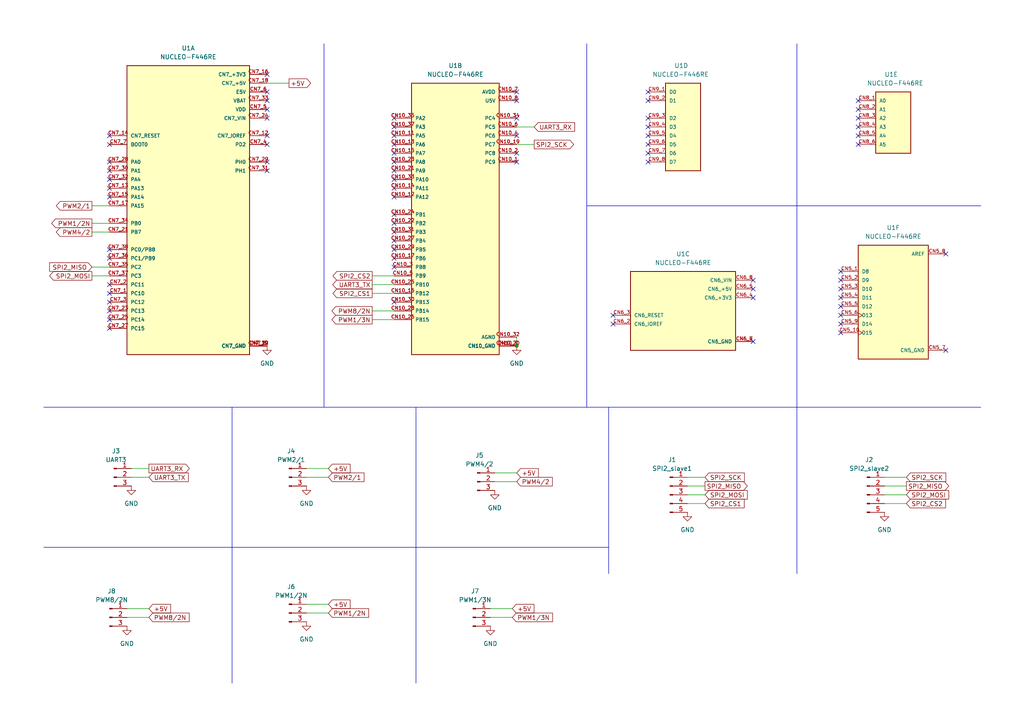
<source format=kicad_sch>
(kicad_sch (version 20230121) (generator eeschema)
  (paper "A4")
  (title_block (title "Carte d'extension pour Nulceo-64") (date "2024-03-09") (rev "Cyril ") (company "AREM"))
  (lib_symbols
    (symbol "Connector:Conn_01x03_Pin" (pin_names (offset 1.016) hide)
      (property "Reference" "J" (at 0 5.08 0))
      (property "Value" "Conn_01x03_Pin" (at 0 -5.08 0))
      (symbol "Conn_01x03_Pin_1_1"
        (polyline (pts (xy 1.27 -2.54) (xy 0.8636 -2.54)) (stroke (width 0.1524)))
        (polyline (pts (xy 1.27 0) (xy 0.8636 0)) (stroke (width 0.1524)))
        (polyline (pts (xy 1.27 2.54) (xy 0.8636 2.54)) (stroke (width 0.1524)))
        (rectangle (start 0.8636 -2.413) (end 0 -2.667) (stroke (width 0.1524)) (fill (type outline)))
        (rectangle (start 0.8636 0.127) (end 0 -0.127) (stroke (width 0.1524)) (fill (type outline)))
        (rectangle (start 0.8636 2.667) (end 0 2.413) (stroke (width 0.1524)) (fill (type outline)))
        (pin passive line (at 5.08 2.54 180) (length 3.81) (name "Pin_1") (number "1"))
        (pin passive line (at 5.08 0 180) (length 3.81) (name "Pin_2") (number "2"))
        (pin passive line (at 5.08 -2.54 180) (length 3.81) (name "Pin_3") (number "3"))
      )
    )
    (symbol "Connector:Conn_01x05_Pin" (pin_names (offset 1.016) hide)
      (property "Reference" "J" (at 0 7.62 0))
      (property "Value" "Conn_01x05_Pin" (at 0 -7.62 0))
      (symbol "Conn_01x05_Pin_1_1"
        (polyline (pts (xy 1.27 -5.08) (xy 0.8636 -5.08)) (stroke (width 0.1524)))
        (polyline (pts (xy 1.27 -2.54) (xy 0.8636 -2.54)) (stroke (width 0.1524)))
        (polyline (pts (xy 1.27 0) (xy 0.8636 0)) (stroke (width 0.1524)))
        (polyline (pts (xy 1.27 2.54) (xy 0.8636 2.54)) (stroke (width 0.1524)))
        (polyline (pts (xy 1.27 5.08) (xy 0.8636 5.08)) (stroke (width 0.1524)))
        (rectangle (start 0.8636 -4.953) (end 0 -5.207) (stroke (width 0.1524)) (fill (type outline)))
        (rectangle (start 0.8636 -2.413) (end 0 -2.667) (stroke (width 0.1524)) (fill (type outline)))
        (rectangle (start 0.8636 0.127) (end 0 -0.127) (stroke (width 0.1524)) (fill (type outline)))
        (rectangle (start 0.8636 2.667) (end 0 2.413) (stroke (width 0.1524)) (fill (type outline)))
        (rectangle (start 0.8636 5.207) (end 0 4.953) (stroke (width 0.1524)) (fill (type outline)))
        (pin passive line (at 5.08 5.08 180) (length 3.81) (name "Pin_1") (number "1"))
        (pin passive line (at 5.08 2.54 180) (length 3.81) (name "Pin_2") (number "2"))
        (pin passive line (at 5.08 0 180) (length 3.81) (name "Pin_3") (number "3"))
        (pin passive line (at 5.08 -2.54 180) (length 3.81) (name "Pin_4") (number "4"))
        (pin passive line (at 5.08 -5.08 180) (length 3.81) (name "Pin_5") (number "5"))
      )
    )
    (symbol "NUCLEO-F446RE:NUCLEO-F446RE" (pin_names (offset 1.016))
      (property "Reference" "U" (at -17.78 41.91 0))
      (property "Value" "NUCLEO-F446RE" (at -17.78 -44.45 0))
      (symbol "NUCLEO-F446RE_1_0"
        (rectangle (start -17.78 -43.18) (end 17.78 40.64) (stroke (width 0.254)) (fill (type background)))
        (pin bidirectional line (at -22.86 -25.4 0) (length 5.08) (name "PC10") (number "CN7_1"))
        (pin bidirectional line (at 22.86 20.32 180) (length 5.08) (name "CN7_IOREF") (number "CN7_12"))
        (pin bidirectional line (at -22.86 5.08 0) (length 5.08) (name "PA13") (number "CN7_13"))
        (pin bidirectional line (at -22.86 20.32 0) (length 5.08) (name "CN7_RESET") (number "CN7_14"))
        (pin bidirectional line (at -22.86 2.54 0) (length 5.08) (name "PA14") (number "CN7_15"))
        (pin power_in line (at 22.86 38.1 180) (length 5.08) (name "CN7_+3V3") (number "CN7_16"))
        (pin bidirectional line (at -22.86 0 0) (length 5.08) (name "PA15") (number "CN7_17"))
        (pin power_in line (at 22.86 35.56 180) (length 5.08) (name "CN7_+5V") (number "CN7_18"))
        (pin power_in line (at 22.86 -40.64 180) (length 5.08) (name "CN7_GND") (number "CN7_19"))
        (pin bidirectional line (at -22.86 -22.86 0) (length 5.08) (name "PC11") (number "CN7_2"))
        (pin power_in line (at 22.86 -40.64 180) (length 5.08) (name "CN7_GND") (number "CN7_20"))
        (pin bidirectional line (at -22.86 -7.62 0) (length 5.08) (name "PB7") (number "CN7_21"))
        (pin power_in line (at 22.86 -40.64 180) (length 5.08) (name "CN7_GND") (number "CN7_22"))
        (pin bidirectional line (at -22.86 -30.48 0) (length 5.08) (name "PC13") (number "CN7_23"))
        (pin power_in line (at 22.86 25.4 180) (length 5.08) (name "CN7_VIN") (number "CN7_24"))
        (pin bidirectional line (at -22.86 -33.02 0) (length 5.08) (name "PC14") (number "CN7_25"))
        (pin bidirectional line (at -22.86 -35.56 0) (length 5.08) (name "PC15") (number "CN7_27"))
        (pin bidirectional line (at -22.86 12.7 0) (length 5.08) (name "PA0") (number "CN7_28"))
        (pin bidirectional line (at 22.86 12.7 180) (length 5.08) (name "PH0") (number "CN7_29"))
        (pin bidirectional line (at -22.86 -27.94 0) (length 5.08) (name "PC12") (number "CN7_3"))
        (pin bidirectional line (at -22.86 10.16 0) (length 5.08) (name "PA1") (number "CN7_30"))
        (pin bidirectional line (at 22.86 10.16 180) (length 5.08) (name "PH1") (number "CN7_31"))
        (pin bidirectional line (at -22.86 7.62 0) (length 5.08) (name "PA4") (number "CN7_32"))
        (pin power_in line (at 22.86 30.48 180) (length 5.08) (name "VBAT") (number "CN7_33"))
        (pin bidirectional line (at -22.86 -5.08 0) (length 5.08) (name "PB0") (number "CN7_34"))
        (pin bidirectional line (at -22.86 -17.78 0) (length 5.08) (name "PC2") (number "CN7_35"))
        (pin bidirectional line (at -22.86 -15.24 0) (length 5.08) (name "PC1/PB9") (number "CN7_36"))
        (pin bidirectional line (at -22.86 -20.32 0) (length 5.08) (name "PC3") (number "CN7_37"))
        (pin bidirectional line (at -22.86 -12.7 0) (length 5.08) (name "PC0/PB8") (number "CN7_38"))
        (pin bidirectional line (at 22.86 17.78 180) (length 5.08) (name "PD2") (number "CN7_4"))
        (pin power_in line (at 22.86 27.94 180) (length 5.08) (name "VDD") (number "CN7_5"))
        (pin power_in line (at 22.86 33.02 180) (length 5.08) (name "E5V") (number "CN7_6"))
        (pin bidirectional line (at -22.86 17.78 0) (length 5.08) (name "BOOT0") (number "CN7_7"))
        (pin power_in line (at 22.86 -40.64 180) (length 5.08) (name "CN7_GND") (number "CN7_8"))
      )
      (symbol "NUCLEO-F446RE_2_0"
        (rectangle (start -12.7 -40.64) (end 12.7 38.1) (stroke (width 0.254)) (fill (type background)))
        (pin bidirectional line (at 17.78 15.24 180) (length 5.08) (name "PC9") (number "CN10_1"))
        (pin bidirectional line (at -17.78 22.86 0) (length 5.08) (name "PA5") (number "CN10_11"))
        (pin bidirectional line (at -17.78 5.08 0) (length 5.08) (name "PA12") (number "CN10_12"))
        (pin bidirectional line (at -17.78 20.32 0) (length 5.08) (name "PA6") (number "CN10_13"))
        (pin bidirectional line (at -17.78 7.62 0) (length 5.08) (name "PA11") (number "CN10_14"))
        (pin bidirectional line (at -17.78 17.78 0) (length 5.08) (name "PA7") (number "CN10_15"))
        (pin bidirectional line (at -17.78 -22.86 0) (length 5.08) (name "PB12") (number "CN10_16"))
        (pin bidirectional line (at -17.78 -12.7 0) (length 5.08) (name "PB6") (number "CN10_17"))
        (pin bidirectional line (at 17.78 20.32 180) (length 5.08) (name "PC7") (number "CN10_19"))
        (pin bidirectional line (at 17.78 17.78 180) (length 5.08) (name "PC8") (number "CN10_2"))
        (pin power_in line (at 17.78 -38.1 180) (length 5.08) (name "CN10_GND") (number "CN10_20"))
        (pin bidirectional line (at -17.78 12.7 0) (length 5.08) (name "PA9") (number "CN10_21"))
        (pin bidirectional line (at -17.78 -2.54 0) (length 5.08) (name "PB2") (number "CN10_22"))
        (pin bidirectional line (at -17.78 15.24 0) (length 5.08) (name "PA8") (number "CN10_23"))
        (pin bidirectional line (at -17.78 0 0) (length 5.08) (name "PB1") (number "CN10_24"))
        (pin bidirectional line (at -17.78 -20.32 0) (length 5.08) (name "PB10") (number "CN10_25"))
        (pin bidirectional line (at -17.78 -30.48 0) (length 5.08) (name "PB15") (number "CN10_26"))
        (pin bidirectional line (at -17.78 -7.62 0) (length 5.08) (name "PB4") (number "CN10_27"))
        (pin bidirectional line (at -17.78 -27.94 0) (length 5.08) (name "PB14") (number "CN10_28"))
        (pin bidirectional line (at -17.78 -10.16 0) (length 5.08) (name "PB5") (number "CN10_29"))
        (pin bidirectional line (at -17.78 -15.24 0) (length 5.08) (name "PB8") (number "CN10_3"))
        (pin bidirectional line (at -17.78 -25.4 0) (length 5.08) (name "PB13") (number "CN10_30"))
        (pin bidirectional line (at -17.78 -5.08 0) (length 5.08) (name "PB3") (number "CN10_31"))
        (pin power_in line (at 17.78 -35.56 180) (length 5.08) (name "AGND") (number "CN10_32"))
        (pin bidirectional line (at -17.78 10.16 0) (length 5.08) (name "PA10") (number "CN10_33"))
        (pin bidirectional line (at 17.78 27.94 180) (length 5.08) (name "PC4") (number "CN10_34"))
        (pin bidirectional line (at -17.78 27.94 0) (length 5.08) (name "PA2") (number "CN10_35"))
        (pin bidirectional line (at -17.78 25.4 0) (length 5.08) (name "PA3") (number "CN10_37"))
        (pin bidirectional line (at 17.78 22.86 180) (length 5.08) (name "PC6") (number "CN10_4"))
        (pin bidirectional line (at -17.78 -17.78 0) (length 5.08) (name "PB9") (number "CN10_5"))
        (pin bidirectional line (at 17.78 25.4 180) (length 5.08) (name "PC5") (number "CN10_6"))
        (pin power_in line (at 17.78 35.56 180) (length 5.08) (name "AVDD") (number "CN10_7"))
        (pin power_in line (at 17.78 33.02 180) (length 5.08) (name "U5V") (number "CN10_8"))
        (pin power_in line (at 17.78 -38.1 180) (length 5.08) (name "CN10_GND") (number "CN10_9"))
      )
      (symbol "NUCLEO-F446RE_3_0"
        (rectangle (start -15.24 -12.7) (end 15.24 10.16) (stroke (width 0.254)) (fill (type background)))
        (pin bidirectional line (at -20.32 -5.08 0) (length 5.08) (name "CN6_IOREF") (number "CN6_2"))
        (pin bidirectional line (at -20.32 -2.54 0) (length 5.08) (name "CN6_RESET") (number "CN6_3"))
        (pin power_in line (at 20.32 2.54 180) (length 5.08) (name "CN6_+3V3") (number "CN6_4"))
        (pin power_in line (at 20.32 5.08 180) (length 5.08) (name "CN6_+5V") (number "CN6_5"))
        (pin power_in line (at 20.32 -10.16 180) (length 5.08) (name "CN6_GND") (number "CN6_6"))
        (pin power_in line (at 20.32 -10.16 180) (length 5.08) (name "CN6_GND") (number "CN6_7"))
        (pin power_in line (at 20.32 7.62 180) (length 5.08) (name "CN6_VIN") (number "CN6_8"))
      )
      (symbol "NUCLEO-F446RE_4_0"
        (rectangle (start -5.08 -12.7) (end 5.08 12.7) (stroke (width 0.254)) (fill (type background)))
        (pin input line (at -10.16 10.16 0) (length 5.08) (name "D0") (number "CN9_1"))
        (pin output line (at -10.16 7.62 0) (length 5.08) (name "D1") (number "CN9_2"))
        (pin bidirectional line (at -10.16 2.54 0) (length 5.08) (name "D2") (number "CN9_3"))
        (pin bidirectional line (at -10.16 0 0) (length 5.08) (name "D3") (number "CN9_4"))
        (pin bidirectional line (at -10.16 -2.54 0) (length 5.08) (name "D4") (number "CN9_5"))
        (pin bidirectional line (at -10.16 -5.08 0) (length 5.08) (name "D5") (number "CN9_6"))
        (pin bidirectional line (at -10.16 -7.62 0) (length 5.08) (name "D6") (number "CN9_7"))
        (pin bidirectional line (at -10.16 -10.16 0) (length 5.08) (name "D7") (number "CN9_8"))
      )
      (symbol "NUCLEO-F446RE_5_0"
        (rectangle (start -5.08 -10.16) (end 5.08 7.62) (stroke (width 0.254)) (fill (type background)))
        (pin input line (at -10.16 5.08 0) (length 5.08) (name "A0") (number "CN8_1"))
        (pin input line (at -10.16 2.54 0) (length 5.08) (name "A1") (number "CN8_2"))
        (pin input line (at -10.16 0 0) (length 5.08) (name "A2") (number "CN8_3"))
        (pin input line (at -10.16 -2.54 0) (length 5.08) (name "A3") (number "CN8_4"))
        (pin input line (at -10.16 -5.08 0) (length 5.08) (name "A4") (number "CN8_5"))
        (pin input line (at -10.16 -7.62 0) (length 5.08) (name "A5") (number "CN8_6"))
      )
      (symbol "NUCLEO-F446RE_6_0"
        (rectangle (start -10.16 -17.78) (end 10.16 15.24) (stroke (width 0.254)) (fill (type background)))
        (pin bidirectional line (at -15.24 7.62 0) (length 5.08) (name "D8") (number "CN5_1"))
        (pin bidirectional clock (at -15.24 -10.16 0) (length 5.08) (name "D15") (number "CN5_10"))
        (pin bidirectional line (at -15.24 5.08 0) (length 5.08) (name "D9") (number "CN5_2"))
        (pin bidirectional line (at -15.24 2.54 0) (length 5.08) (name "D10") (number "CN5_3"))
        (pin bidirectional line (at -15.24 0 0) (length 5.08) (name "D11") (number "CN5_4"))
        (pin bidirectional line (at -15.24 -2.54 0) (length 5.08) (name "D12") (number "CN5_5"))
        (pin bidirectional clock (at -15.24 -5.08 0) (length 5.08) (name "D13") (number "CN5_6"))
        (pin power_in line (at 15.24 -15.24 180) (length 5.08) (name "CN5_GND") (number "CN5_7"))
        (pin power_in line (at 15.24 12.7 180) (length 5.08) (name "AREF") (number "CN5_8"))
        (pin bidirectional line (at -15.24 -7.62 0) (length 5.08) (name "D14") (number "CN5_9"))
      )
    )
    (symbol "power:GND" (power) (pin_names (offset 0))
      (property "Value" "GND" (at 0 -3.81 0))
      (symbol "GND_0_1"
        (polyline (pts (xy 0 0) (xy 0 -1.27) (xy 1.27 -1.27) (xy 0 -2.54) (xy -1.27 -1.27) (xy 0 -1.27)))
      )
      (symbol "GND_1_1"
        (pin power_in line (at 0 0 270) (length 0) hide (name "GND") (number "1"))
      )
    )
  )
  (junction (at 149.86 100.33))
  (no_connect (at 114.3 64.77))
  (no_connect (at 114.3 39.37))
  (no_connect (at 149.86 44.45))
  (no_connect (at 31.75 74.93))
  (no_connect (at 31.75 92.71))
  (no_connect (at 218.44 83.82))
  (no_connect (at 243.84 93.98))
  (no_connect (at 274.32 73.66))
  (no_connect (at 114.3 41.91))
  (no_connect (at 177.8 93.98))
  (no_connect (at 149.86 34.29))
  (no_connect (at 77.47 31.75))
  (no_connect (at 77.47 34.29))
  (no_connect (at 31.75 90.17))
  (no_connect (at 31.75 87.63))
  (no_connect (at 149.86 39.37))
  (no_connect (at 31.75 85.09))
  (no_connect (at 149.86 46.99))
  (no_connect (at 114.3 52.07))
  (no_connect (at 31.75 46.99))
  (no_connect (at 243.84 86.36))
  (no_connect (at 243.84 78.74))
  (no_connect (at 114.3 46.99))
  (no_connect (at 31.75 49.53))
  (no_connect (at 187.96 44.45))
  (no_connect (at 187.96 39.37))
  (no_connect (at 218.44 81.28))
  (no_connect (at 114.3 44.45))
  (no_connect (at 248.92 36.83))
  (no_connect (at 77.47 49.53))
  (no_connect (at 77.47 46.99))
  (no_connect (at 77.47 39.37))
  (no_connect (at 114.3 77.47))
  (no_connect (at 114.3 69.85))
  (no_connect (at 149.86 26.67))
  (no_connect (at 31.75 54.61))
  (no_connect (at 177.8 91.44))
  (no_connect (at 218.44 86.36))
  (no_connect (at 31.75 41.91))
  (no_connect (at 114.3 57.15))
  (no_connect (at 187.96 41.91))
  (no_connect (at 248.92 34.29))
  (no_connect (at 31.75 52.07))
  (no_connect (at 114.3 87.63))
  (no_connect (at 31.75 82.55))
  (no_connect (at 243.84 96.52))
  (no_connect (at 77.47 21.59))
  (no_connect (at 114.3 36.83))
  (no_connect (at 77.47 26.67))
  (no_connect (at 31.75 72.39))
  (no_connect (at 77.47 41.91))
  (no_connect (at 248.92 31.75))
  (no_connect (at 274.32 101.6))
  (no_connect (at 248.92 29.21))
  (no_connect (at 187.96 29.21))
  (no_connect (at 187.96 26.67))
  (no_connect (at 114.3 54.61))
  (no_connect (at 114.3 34.29))
  (no_connect (at 187.96 34.29))
  (no_connect (at 31.75 57.15))
  (no_connect (at 31.75 95.25))
  (no_connect (at 243.84 88.9))
  (no_connect (at 218.44 99.06))
  (no_connect (at 248.92 39.37))
  (no_connect (at 114.3 67.31))
  (no_connect (at 114.3 62.23))
  (no_connect (at 149.86 29.21))
  (no_connect (at 243.84 81.28))
  (no_connect (at 31.75 39.37))
  (no_connect (at 187.96 36.83))
  (no_connect (at 243.84 91.44))
  (no_connect (at 114.3 49.53))
  (no_connect (at 77.47 29.21))
  (no_connect (at 243.84 83.82))
  (no_connect (at 187.96 46.99))
  (no_connect (at 248.92 41.91))
  (no_connect (at 114.3 72.39))
  (no_connect (at 114.3 74.93))
  (wire (pts (xy 107.95 82.55) (xy 114.3 82.55)))
  (polyline (pts (xy 170.18 59.69) (xy 284.48 59.69)))
  (polyline (pts (xy 12.7 118.11) (xy 284.48 118.11)))
  (wire (pts (xy 88.9 135.89) (xy 95.25 135.89)))
  (wire (pts (xy 143.51 139.7) (xy 149.86 139.7)))
  (wire (pts (xy 142.24 179.07) (xy 148.59 179.07)))
  (wire (pts (xy 149.86 41.91) (xy 154.94 41.91)))
  (wire (pts (xy 199.39 146.05) (xy 204.47 146.05)))
  (wire (pts (xy 143.51 137.16) (xy 149.86 137.16)))
  (wire (pts (xy 26.67 59.69) (xy 31.75 59.69)))
  (wire (pts (xy 26.67 64.77) (xy 31.75 64.77)))
  (wire (pts (xy 77.47 24.13) (xy 83.82 24.13)))
  (wire (pts (xy 107.95 80.01) (xy 114.3 80.01)))
  (wire (pts (xy 107.95 92.71) (xy 114.3 92.71)))
  (wire (pts (xy 142.24 176.53) (xy 148.59 176.53)))
  (wire (pts (xy 38.1 138.43) (xy 43.18 138.43)))
  (wire (pts (xy 199.39 143.51) (xy 204.47 143.51)))
  (wire (pts (xy 199.39 138.43) (xy 204.47 138.43)))
  (wire (pts (xy 256.54 138.43) (xy 262.89 138.43)))
  (polyline (pts (xy 67.31 118.11) (xy 67.31 198.12)))
  (wire (pts (xy 88.9 177.8) (xy 95.25 177.8)))
  (wire (pts (xy 256.54 140.97) (xy 262.89 140.97)))
  (wire (pts (xy 88.9 175.26) (xy 95.25 175.26)))
  (wire (pts (xy 149.86 36.83) (xy 154.94 36.83)))
  (wire (pts (xy 256.54 143.51) (xy 262.89 143.51)))
  (polyline (pts (xy 120.65 118.11) (xy 120.65 198.12)))
  (polyline (pts (xy 93.98 12.7) (xy 93.98 118.11)))
  (wire (pts (xy 36.83 176.53) (xy 43.18 176.53)))
  (polyline (pts (xy 170.18 12.7) (xy 170.18 118.11)))
  (wire (pts (xy 26.67 67.31) (xy 31.75 67.31)))
  (polyline (pts (xy 231.14 59.69) (xy 231.14 118.11)))
  (wire (pts (xy 26.67 77.47) (xy 31.75 77.47)))
  (polyline (pts (xy 231.14 118.11) (xy 231.14 166.37)))
  (polyline (pts (xy 12.7 158.75) (xy 176.53 158.75)))
  (polyline (pts (xy 176.53 118.11) (xy 176.53 166.37)))
  (wire (pts (xy 36.83 179.07) (xy 43.18 179.07)))
  (wire (pts (xy 26.67 80.01) (xy 31.75 80.01)))
  (wire (pts (xy 256.54 146.05) (xy 262.89 146.05)))
  (wire (pts (xy 38.1 135.89) (xy 43.18 135.89)))
  (wire (pts (xy 107.95 90.17) (xy 114.3 90.17)))
  (wire (pts (xy 199.39 140.97) (xy 204.47 140.97)))
  (wire (pts (xy 149.86 97.79) (xy 149.86 100.33)))
  (polyline (pts (xy 231.14 12.7) (xy 231.14 59.69)))
  (wire (pts (xy 107.95 85.09) (xy 114.3 85.09)))
  (wire (pts (xy 88.9 138.43) (xy 95.25 138.43)))
  (global_label "+5V" (shape input) (at 95.25 175.26 0) (property "Intersheetrefs" "${INTERSHEET_REFS}" (effects hide)))
  (global_label "SPI2_SCK" (shape input) (at 262.89 138.43 0) (property "Intersheetrefs" "${INTERSHEET_REFS}" (effects hide)))
  (global_label "SPI2_MISO" (shape output) (at 204.47 140.97 0) (property "Intersheetrefs" "${INTERSHEET_REFS}" (effects hide)))
  (global_label "SPI2_MOSI" (shape output) (at 26.67 80.01 180) (property "Intersheetrefs" "${INTERSHEET_REFS}" (effects hide)))
  (global_label "+5V" (shape input) (at 148.59 176.53 0) (property "Intersheetrefs" "${INTERSHEET_REFS}" (effects hide)))
  (global_label "SPI2_CS1" (shape input) (at 204.47 146.05 0) (property "Intersheetrefs" "${INTERSHEET_REFS}" (effects hide)))
  (global_label "+5V" (shape input) (at 149.86 137.16 0) (property "Intersheetrefs" "${INTERSHEET_REFS}" (effects hide)))
  (global_label "UART3_RX" (shape input) (at 154.94 36.83 0) (property "Intersheetrefs" "${INTERSHEET_REFS}" (effects hide)))
  (global_label "+5V" (shape output) (at 83.82 24.13 0) (property "Intersheetrefs" "${INTERSHEET_REFS}" (effects hide)))
  (global_label "SPI2_SCK" (shape input) (at 204.47 138.43 0) (property "Intersheetrefs" "${INTERSHEET_REFS}" (effects hide)))
  (global_label "SPI2_SCK" (shape output) (at 154.94 41.91 0) (property "Intersheetrefs" "${INTERSHEET_REFS}" (effects hide)))
  (global_label "PWM2{slash}1" (shape output) (at 26.67 59.69 180) (property "Intersheetrefs" "${INTERSHEET_REFS}" (effects hide)))
  (global_label "PWM2{slash}1" (shape input) (at 95.25 138.43 0) (property "Intersheetrefs" "${INTERSHEET_REFS}" (effects hide)))
  (global_label "PWM8{slash}2N" (shape output) (at 107.95 90.17 180) (property "Intersheetrefs" "${INTERSHEET_REFS}" (effects hide)))
  (global_label "SPI2_MOSI" (shape input) (at 262.89 143.51 0) (property "Intersheetrefs" "${INTERSHEET_REFS}" (effects hide)))
  (global_label "SPI2_CS2" (shape output) (at 107.95 80.01 180) (property "Intersheetrefs" "${INTERSHEET_REFS}" (effects hide)))
  (global_label "PWM4{slash}2" (shape output) (at 26.67 67.31 180) (property "Intersheetrefs" "${INTERSHEET_REFS}" (effects hide)))
  (global_label "UART3_TX" (shape input) (at 43.18 138.43 0) (property "Intersheetrefs" "${INTERSHEET_REFS}" (effects hide)))
  (global_label "PWM1{slash}2N" (shape output) (at 26.67 64.77 180) (property "Intersheetrefs" "${INTERSHEET_REFS}" (effects hide)))
  (global_label "SPI2_MISO" (shape output) (at 262.89 140.97 0) (property "Intersheetrefs" "${INTERSHEET_REFS}" (effects hide)))
  (global_label "PWM1{slash}3N" (shape output) (at 107.95 92.71 180) (property "Intersheetrefs" "${INTERSHEET_REFS}" (effects hide)))
  (global_label "+5V" (shape input) (at 43.18 176.53 0) (property "Intersheetrefs" "${INTERSHEET_REFS}" (effects hide)))
  (global_label "SPI2_CS2" (shape input) (at 262.89 146.05 0) (property "Intersheetrefs" "${INTERSHEET_REFS}" (effects hide)))
  (global_label "PWM4{slash}2" (shape input) (at 149.86 139.7 0) (property "Intersheetrefs" "${INTERSHEET_REFS}" (effects hide)))
  (global_label "PWM8{slash}2N" (shape input) (at 43.18 179.07 0) (property "Intersheetrefs" "${INTERSHEET_REFS}" (effects hide)))
  (global_label "UART3_RX" (shape output) (at 43.18 135.89 0) (property "Intersheetrefs" "${INTERSHEET_REFS}" (effects hide)))
  (global_label "PWM1{slash}3N" (shape input) (at 148.59 179.07 0) (property "Intersheetrefs" "${INTERSHEET_REFS}" (effects hide)))
  (global_label "SPI2_MISO" (shape input) (at 26.67 77.47 180) (property "Intersheetrefs" "${INTERSHEET_REFS}" (effects hide)))
  (global_label "SPI2_CS1" (shape output) (at 107.95 85.09 180) (property "Intersheetrefs" "${INTERSHEET_REFS}" (effects hide)))
  (global_label "SPI2_MOSI" (shape input) (at 204.47 143.51 0) (property "Intersheetrefs" "${INTERSHEET_REFS}" (effects hide)))
  (global_label "PWM1{slash}2N" (shape input) (at 95.25 177.8 0) (property "Intersheetrefs" "${INTERSHEET_REFS}" (effects hide)))
  (global_label "UART3_TX" (shape output) (at 107.95 82.55 180) (property "Intersheetrefs" "${INTERSHEET_REFS}" (effects hide)))
  (global_label "+5V" (shape input) (at 95.25 135.89 0) (property "Intersheetrefs" "${INTERSHEET_REFS}" (effects hide)))
  (symbol (lib_id "power:GND") (at 142.24 181.61 0) (unit 1)
    (property "Reference" "#PWR09" (effects hide))
    (property "Value" "GND" (at 142.24 186.69 0))
  )
  (symbol (lib_id "power:GND") (at 38.1 140.97 0) (unit 1)
    (property "Reference" "#PWR05" (effects hide))
    (property "Value" "GND" (at 38.1 146.05 0))
  )
  (symbol (lib_id "Connector:Conn_01x03_Pin") (at 33.02 138.43 0) (unit 1)
    (property "Reference" "J3" (at 33.655 130.81 0))
    (property "Value" "UART3" (at 33.655 133.35 0))
    (property "Footprint" "Connector_JST:JST_XH_B3B-XH-A_1x03_P2.50mm_Vertical" (effects hide))
  )
  (symbol (lib_id "Connector:Conn_01x05_Pin") (at 251.46 143.51 0) (unit 1)
    (property "Reference" "J2" (at 252.095 133.35 0))
    (property "Value" "SPI2_slave2" (at 252.095 135.89 0))
    (property "Footprint" "Connector_JST:JST_XH_B5B-XH-A_1x05_P2.50mm_Vertical" (effects hide))
  )
  (symbol (lib_id "NUCLEO-F446RE:NUCLEO-F446RE") (at 259.08 34.29 0) (unit 5)
    (property "Reference" "U1" (at 256.54 21.59 0) (effects (justify left)))
    (property "Value" "NUCLEO-F446RE" (at 251.46 24.13 0) (effects (justify left)))
    (property "Footprint" "lib:MODULE_NUCLEO-F446RE" (effects hide))
    (property "MF" "STMicroelectronics" (effects hide))
    (property "Package" "None" (effects hide))
    (property "Price" "None" (effects hide))
    (property "Check_prices" "https://www.snapeda.com/parts/NUCLEO-F446RE/STMicroelectronics/view-part/?ref=eda" (effects hide))
    (property "STANDARD" "Manufacturer Recommendations" (effects hide))
    (property "PARTREV" "13" (effects hide))
    (property "SnapEDA_Link" "https://www.snapeda.com/parts/NUCLEO-F446RE/STMicroelectronics/view-part/?ref=snap" (effects hide))
    (property "MP" "NUCLEO-F446RE" (effects hide))
    (property "Purchase-URL" "https://www.snapeda.com/api/url_track_click_mouser/?unipart_id=284290&manufacturer=STMicroelectronics&part_name=NUCLEO-F446RE&search_term=nucleo-f446re" (effects hide))
    (property "Description" "\nSTM32F446RE, mbed-Enabled Development Nucleo-64 STM32F4 ARM® Cortex®-M4 MCU 32-Bit Embedded Evaluation Board\n" (effects hide))
    (property "Availability" "In Stock" (effects hide))
    (property "MANUFACTURER" "STMicroelectronics" (effects hide))
  )
  (symbol (lib_id "power:GND") (at 149.86 100.33 0) (unit 1)
    (property "Reference" "#PWR02" (effects hide))
    (property "Value" "GND" (at 149.86 105.41 0))
  )
  (symbol (lib_id "power:GND") (at 77.47 100.33 0) (unit 1)
    (property "Reference" "#PWR01" (effects hide))
    (property "Value" "GND" (at 77.47 105.41 0))
  )
  (symbol (lib_id "NUCLEO-F446RE:NUCLEO-F446RE") (at 198.12 36.83 0) (unit 4)
    (property "Reference" "U1" (at 195.58 19.05 0) (effects (justify left)))
    (property "Value" "NUCLEO-F446RE" (at 189.23 21.59 0) (effects (justify left)))
    (property "Footprint" "lib:MODULE_NUCLEO-F446RE" (effects hide))
    (property "MF" "STMicroelectronics" (effects hide))
    (property "Package" "None" (effects hide))
    (property "Price" "None" (effects hide))
    (property "Check_prices" "https://www.snapeda.com/parts/NUCLEO-F446RE/STMicroelectronics/view-part/?ref=eda" (effects hide))
    (property "STANDARD" "Manufacturer Recommendations" (effects hide))
    (property "PARTREV" "13" (effects hide))
    (property "SnapEDA_Link" "https://www.snapeda.com/parts/NUCLEO-F446RE/STMicroelectronics/view-part/?ref=snap" (effects hide))
    (property "MP" "NUCLEO-F446RE" (effects hide))
    (property "Purchase-URL" "https://www.snapeda.com/api/url_track_click_mouser/?unipart_id=284290&manufacturer=STMicroelectronics&part_name=NUCLEO-F446RE&search_term=nucleo-f446re" (effects hide))
    (property "Description" "\nSTM32F446RE, mbed-Enabled Development Nucleo-64 STM32F4 ARM® Cortex®-M4 MCU 32-Bit Embedded Evaluation Board\n" (effects hide))
    (property "Availability" "In Stock" (effects hide))
    (property "MANUFACTURER" "STMicroelectronics" (effects hide))
  )
  (symbol (lib_id "power:GND") (at 88.9 180.34 0) (unit 1)
    (property "Reference" "#PWR08" (effects hide))
    (property "Value" "GND" (at 88.9 185.42 0))
  )
  (symbol (lib_id "NUCLEO-F446RE:NUCLEO-F446RE") (at 198.12 88.9 0) (unit 3)
    (property "Reference" "U1" (at 198.12 73.66 0))
    (property "Value" "NUCLEO-F446RE" (at 198.12 76.2 0))
    (property "Footprint" "lib:MODULE_NUCLEO-F446RE" (effects hide))
    (property "MF" "STMicroelectronics" (effects hide))
    (property "Package" "None" (effects hide))
    (property "Price" "None" (effects hide))
    (property "Check_prices" "https://www.snapeda.com/parts/NUCLEO-F446RE/STMicroelectronics/view-part/?ref=eda" (effects hide))
    (property "STANDARD" "Manufacturer Recommendations" (effects hide))
    (property "PARTREV" "13" (effects hide))
    (property "SnapEDA_Link" "https://www.snapeda.com/parts/NUCLEO-F446RE/STMicroelectronics/view-part/?ref=snap" (effects hide))
    (property "MP" "NUCLEO-F446RE" (effects hide))
    (property "Purchase-URL" "https://www.snapeda.com/api/url_track_click_mouser/?unipart_id=284290&manufacturer=STMicroelectronics&part_name=NUCLEO-F446RE&search_term=nucleo-f446re" (effects hide))
    (property "Description" "\nSTM32F446RE, mbed-Enabled Development Nucleo-64 STM32F4 ARM® Cortex®-M4 MCU 32-Bit Embedded Evaluation Board\n" (effects hide))
    (property "Availability" "In Stock" (effects hide))
    (property "MANUFACTURER" "STMicroelectronics" (effects hide))
  )
  (symbol (lib_id "Connector:Conn_01x05_Pin") (at 194.31 143.51 0) (unit 1)
    (property "Reference" "J1" (at 194.945 133.35 0))
    (property "Value" "SPI2_slave1" (at 194.945 135.89 0))
    (property "Footprint" "Connector_JST:JST_XH_B5B-XH-A_1x05_P2.50mm_Vertical" (effects hide))
  )
  (symbol (lib_id "Connector:Conn_01x03_Pin") (at 83.82 138.43 0) (unit 1)
    (property "Reference" "J4" (at 84.455 130.81 0))
    (property "Value" "PWM2/1" (at 84.455 133.35 0))
    (property "Footprint" "Connector_JST:JST_XH_B3B-XH-A_1x03_P2.50mm_Vertical" (effects hide))
  )
  (symbol (lib_id "Connector:Conn_01x03_Pin") (at 31.75 179.07 0) (unit 1)
    (property "Reference" "J8" (at 32.385 171.45 0))
    (property "Value" "PWM8/2N" (at 32.385 173.99 0))
    (property "Footprint" "Connector_JST:JST_XH_B3B-XH-A_1x03_P2.50mm_Vertical" (effects hide))
  )
  (symbol (lib_id "NUCLEO-F446RE:NUCLEO-F446RE") (at 54.61 59.69 0) (unit 1)
    (property "Reference" "U1" (at 54.61 13.97 0))
    (property "Value" "NUCLEO-F446RE" (at 54.61 16.51 0))
    (property "Footprint" "lib:MODULE_NUCLEO-F446RE" (effects hide))
    (property "MF" "STMicroelectronics" (effects hide))
    (property "Package" "None" (effects hide))
    (property "Price" "None" (effects hide))
    (property "Check_prices" "https://www.snapeda.com/parts/NUCLEO-F446RE/STMicroelectronics/view-part/?ref=eda" (effects hide))
    (property "STANDARD" "Manufacturer Recommendations" (effects hide))
    (property "PARTREV" "13" (effects hide))
    (property "SnapEDA_Link" "https://www.snapeda.com/parts/NUCLEO-F446RE/STMicroelectronics/view-part/?ref=snap" (effects hide))
    (property "MP" "NUCLEO-F446RE" (effects hide))
    (property "Purchase-URL" "https://www.snapeda.com/api/url_track_click_mouser/?unipart_id=284290&manufacturer=STMicroelectronics&part_name=NUCLEO-F446RE&search_term=nucleo-f446re" (effects hide))
    (property "Description" "\nSTM32F446RE, mbed-Enabled Development Nucleo-64 STM32F4 ARM® Cortex®-M4 MCU 32-Bit Embedded Evaluation Board\n" (effects hide))
    (property "Availability" "In Stock" (effects hide))
    (property "MANUFACTURER" "STMicroelectronics" (effects hide))
  )
  (symbol (lib_id "power:GND") (at 36.83 181.61 0) (unit 1)
    (property "Reference" "#PWR010" (effects hide))
    (property "Value" "GND" (at 36.83 186.69 0))
  )
  (symbol (lib_id "Connector:Conn_01x03_Pin") (at 137.16 179.07 0) (unit 1)
    (property "Reference" "J7" (at 137.795 171.45 0))
    (property "Value" "PWM1/3N" (at 137.795 173.99 0))
    (property "Footprint" "Connector_JST:JST_XH_B3B-XH-A_1x03_P2.50mm_Vertical" (effects hide))
  )
  (symbol (lib_id "Connector:Conn_01x03_Pin") (at 83.82 177.8 0) (unit 1)
    (property "Reference" "J6" (at 84.455 170.18 0))
    (property "Value" "PWM1/2N" (at 84.455 172.72 0))
    (property "Footprint" "Connector_JST:JST_XH_B3B-XH-A_1x03_P2.50mm_Vertical" (effects hide))
  )
  (symbol (lib_id "Connector:Conn_01x03_Pin") (at 138.43 139.7 0) (unit 1)
    (property "Reference" "J5" (at 139.065 132.08 0))
    (property "Value" "PWM4/2" (at 139.065 134.62 0))
    (property "Footprint" "Connector_JST:JST_XH_B3B-XH-A_1x03_P2.50mm_Vertical" (effects hide))
  )
  (symbol (lib_id "NUCLEO-F446RE:NUCLEO-F446RE") (at 132.08 62.23 0) (unit 2)
    (property "Reference" "U1" (at 132.08 19.05 0))
    (property "Value" "NUCLEO-F446RE" (at 132.08 21.59 0))
    (property "Footprint" "lib:MODULE_NUCLEO-F446RE" (effects hide))
    (property "MF" "STMicroelectronics" (effects hide))
    (property "Package" "None" (effects hide))
    (property "Price" "None" (effects hide))
    (property "Check_prices" "https://www.snapeda.com/parts/NUCLEO-F446RE/STMicroelectronics/view-part/?ref=eda" (effects hide))
    (property "STANDARD" "Manufacturer Recommendations" (effects hide))
    (property "PARTREV" "13" (effects hide))
    (property "SnapEDA_Link" "https://www.snapeda.com/parts/NUCLEO-F446RE/STMicroelectronics/view-part/?ref=snap" (effects hide))
    (property "MP" "NUCLEO-F446RE" (effects hide))
    (property "Purchase-URL" "https://www.snapeda.com/api/url_track_click_mouser/?unipart_id=284290&manufacturer=STMicroelectronics&part_name=NUCLEO-F446RE&search_term=nucleo-f446re" (effects hide))
    (property "Description" "\nSTM32F446RE, mbed-Enabled Development Nucleo-64 STM32F4 ARM® Cortex®-M4 MCU 32-Bit Embedded Evaluation Board\n" (effects hide))
    (property "Availability" "In Stock" (effects hide))
    (property "MANUFACTURER" "STMicroelectronics" (effects hide))
  )
  (symbol (lib_id "power:GND") (at 88.9 140.97 0) (unit 1)
    (property "Reference" "#PWR06" (effects hide))
    (property "Value" "GND" (at 88.9 146.05 0))
  )
  (symbol (lib_id "power:GND") (at 256.54 148.59 0) (unit 1)
    (property "Reference" "#PWR04" (effects hide))
    (property "Value" "GND" (at 256.54 153.67 0))
  )
  (symbol (lib_id "power:GND") (at 143.51 142.24 0) (unit 1)
    (property "Reference" "#PWR07" (effects hide))
    (property "Value" "GND" (at 143.51 147.32 0))
  )
  (symbol (lib_id "NUCLEO-F446RE:NUCLEO-F446RE") (at 259.08 86.36 0) (unit 6)
    (property "Reference" "U1" (at 259.08 66.04 0))
    (property "Value" "NUCLEO-F446RE" (at 259.08 68.58 0))
    (property "Footprint" "lib:MODULE_NUCLEO-F446RE" (effects hide))
    (property "MF" "STMicroelectronics" (effects hide))
    (property "Package" "None" (effects hide))
    (property "Price" "None" (effects hide))
    (property "Check_prices" "https://www.snapeda.com/parts/NUCLEO-F446RE/STMicroelectronics/view-part/?ref=eda" (effects hide))
    (property "STANDARD" "Manufacturer Recommendations" (effects hide))
    (property "PARTREV" "13" (effects hide))
    (property "SnapEDA_Link" "https://www.snapeda.com/parts/NUCLEO-F446RE/STMicroelectronics/view-part/?ref=snap" (effects hide))
    (property "MP" "NUCLEO-F446RE" (effects hide))
    (property "Purchase-URL" "https://www.snapeda.com/api/url_track_click_mouser/?unipart_id=284290&manufacturer=STMicroelectronics&part_name=NUCLEO-F446RE&search_term=nucleo-f446re" (effects hide))
    (property "Description" "\nSTM32F446RE, mbed-Enabled Development Nucleo-64 STM32F4 ARM® Cortex®-M4 MCU 32-Bit Embedded Evaluation Board\n" (effects hide))
    (property "Availability" "In Stock" (effects hide))
    (property "MANUFACTURER" "STMicroelectronics" (effects hide))
  )
  (symbol (lib_id "power:GND") (at 199.39 148.59 0) (unit 1)
    (property "Reference" "#PWR03" (effects hide))
    (property "Value" "GND" (at 199.39 153.67 0))
  )
)
</source>
